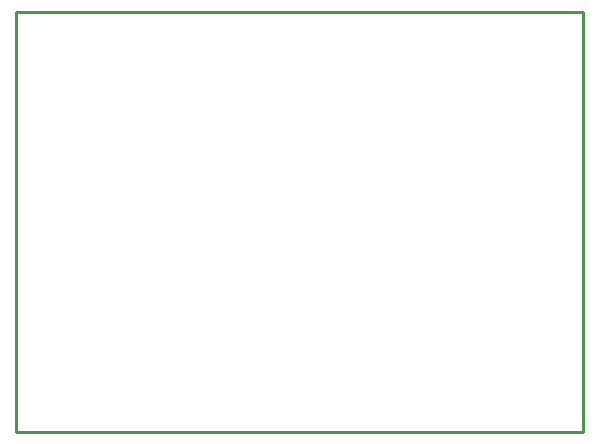
<source format=gko>
G04 Layer_Color=16711935*
%FSLAX23Y23*%
%MOIN*%
G70*
G01*
G75*
%ADD10C,0.010*%
D10*
X0Y1400D02*
X1890D01*
Y0D02*
Y1400D01*
X0Y0D02*
Y1400D01*
Y0D02*
X1890D01*
M02*

</source>
